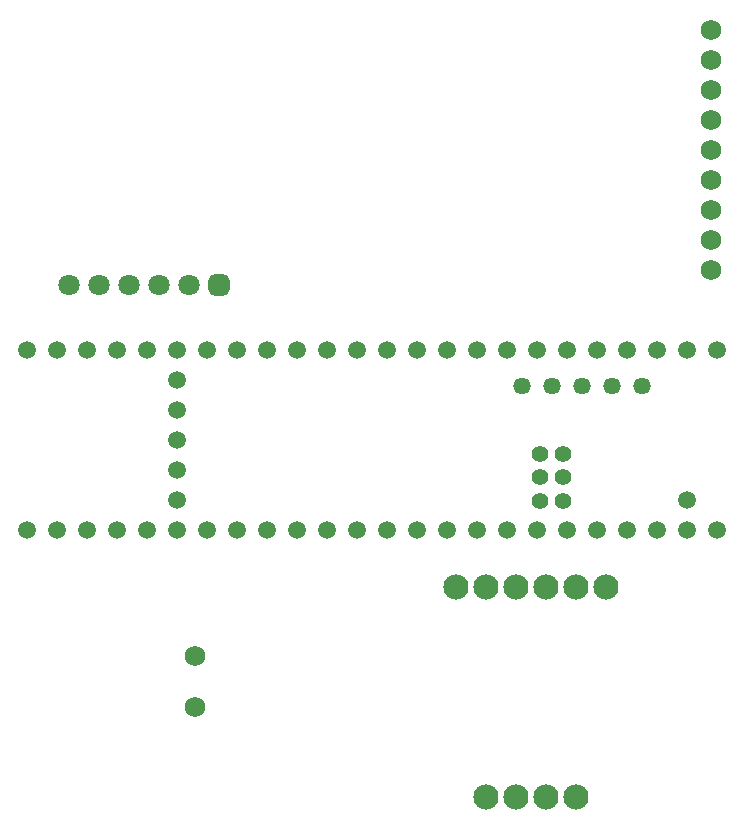
<source format=gbr>
%FSTAX23Y23*%
%MOIN*%
%SFA1B1*%

%IPPOS*%
%AMD20*
4,1,8,-0.015700,-0.035500,0.015700,-0.035500,0.035500,-0.015700,0.035500,0.015700,0.015700,0.035500,-0.015700,0.035500,-0.035500,0.015700,-0.035500,-0.015700,-0.015700,-0.035500,0.0*
1,1,0.039496,-0.015700,-0.015700*
1,1,0.039496,0.015700,-0.015700*
1,1,0.039496,0.015700,0.015700*
1,1,0.039496,-0.015700,0.015700*
%
%ADD14C,0.059496*%
%ADD15C,0.057527*%
%ADD16C,0.055559*%
%ADD17C,0.068000*%
%ADD18C,0.084000*%
%ADD19C,0.070992*%
G04~CAMADD=20~8~0.0~0.0~709.9~709.9~197.5~0.0~15~0.0~0.0~0.0~0.0~0~0.0~0.0~0.0~0.0~0~0.0~0.0~0.0~180.0~710.0~710.0*
%ADD20D20*%
%LNpcb1_soldermask_top-1*%
%LPD*%
G54D14*
X0087Y01005D03*
X0077D03*
X0067D03*
X0057D03*
X0047D03*
X0037D03*
X0027D03*
X0017D03*
X0007D03*
Y01605D03*
X0017D03*
X0027D03*
X0037D03*
X0047D03*
X0057D03*
X0067D03*
X0077D03*
X0087D03*
X0237Y01005D03*
X0227D03*
X0217D03*
X0207D03*
X0197D03*
X0187D03*
X0177D03*
X0167D03*
X0157D03*
X0147D03*
X0137D03*
X0127D03*
X0117D03*
X0107D03*
X0097Y01605D03*
X0107D03*
X0117D03*
X0127D03*
X0137D03*
X0147D03*
X0157D03*
X0167D03*
X0177D03*
X0187D03*
X0197D03*
X0207D03*
X0217D03*
X0097Y01005D03*
X0057Y01205D03*
X0227Y01105D03*
X0057D03*
Y01305D03*
Y01405D03*
Y01505D03*
X0227Y01605D03*
X0237D03*
G54D15*
X0172Y01484D03*
X0182D03*
X0192D03*
X0202D03*
X0212D03*
G54D16*
X01859Y01258D03*
Y0118D03*
X0178Y01258D03*
Y0118D03*
X01859Y01101D03*
X0178D03*
G54D17*
X0063Y00585D03*
Y00415D03*
X0235Y0267D03*
Y0257D03*
Y0247D03*
Y0237D03*
Y0187D03*
Y0197D03*
Y0207D03*
Y0217D03*
Y0227D03*
G54D18*
X018Y00115D03*
X017D03*
X019D03*
X016D03*
X018Y00815D03*
X017D03*
X019D03*
X016D03*
X02D03*
X015D03*
G54D19*
X0041Y0182D03*
X0061D03*
X0051D03*
X0031D03*
X0021D03*
G54D20*
X0071Y0182D03*
M02*
</source>
